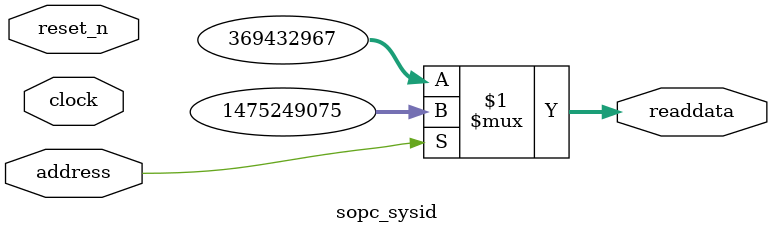
<source format=v>



// synthesis translate_off
`timescale 1ns / 1ps
// synthesis translate_on

// turn off superfluous verilog processor warnings 
// altera message_level Level1 
// altera message_off 10034 10035 10036 10037 10230 10240 10030 

module sopc_sysid (
               // inputs:
                address,
                clock,
                reset_n,

               // outputs:
                readdata
             )
;

  output  [ 31: 0] readdata;
  input            address;
  input            clock;
  input            reset_n;

  wire    [ 31: 0] readdata;
  //control_slave, which is an e_avalon_slave
  assign readdata = address ? 1475249075 : 369432967;

endmodule



</source>
